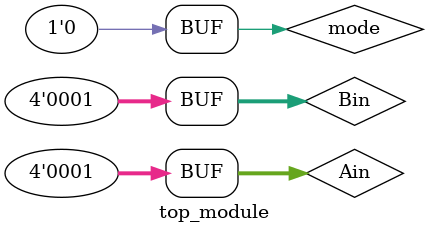
<source format=v>
module top_module;
  reg [3:0] Ain, Bin;
  reg mode;
  wire [3:0] ans;
  wire V, C;
  
  subtractor waew(
    .Ain(Ain),
    .Bin(Bin),
    .mode(mode),
    .ans(ans),
    .V(V),
    .C(C)
  );
  
  initial begin
	  Ain = 4'b0001;
    Bin = 4'b0001;
    mode = 0;
  end
  
  initial $monitor("ans = %d\n Ain = %d, Bin = %d, V = %d, C = %d", ans, Ain, Bin, V, C);
  
endmodule
</source>
